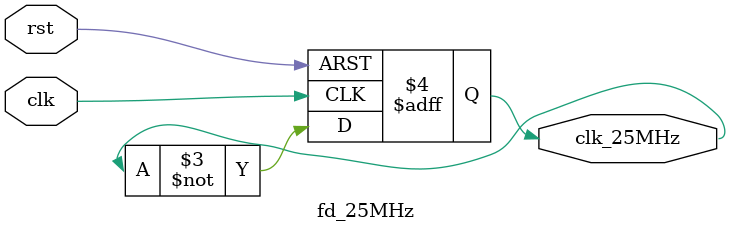
<source format=v>
module fd_25MHz(
				input clk,
				input rst,
				output reg clk_25MHz
);	
always@(posedge clk or negedge rst)begin
	if(!rst)
		clk_25MHz <= 1'd0;
	else
		clk_25MHz <= ~clk_25MHz;
end
endmodule

</source>
